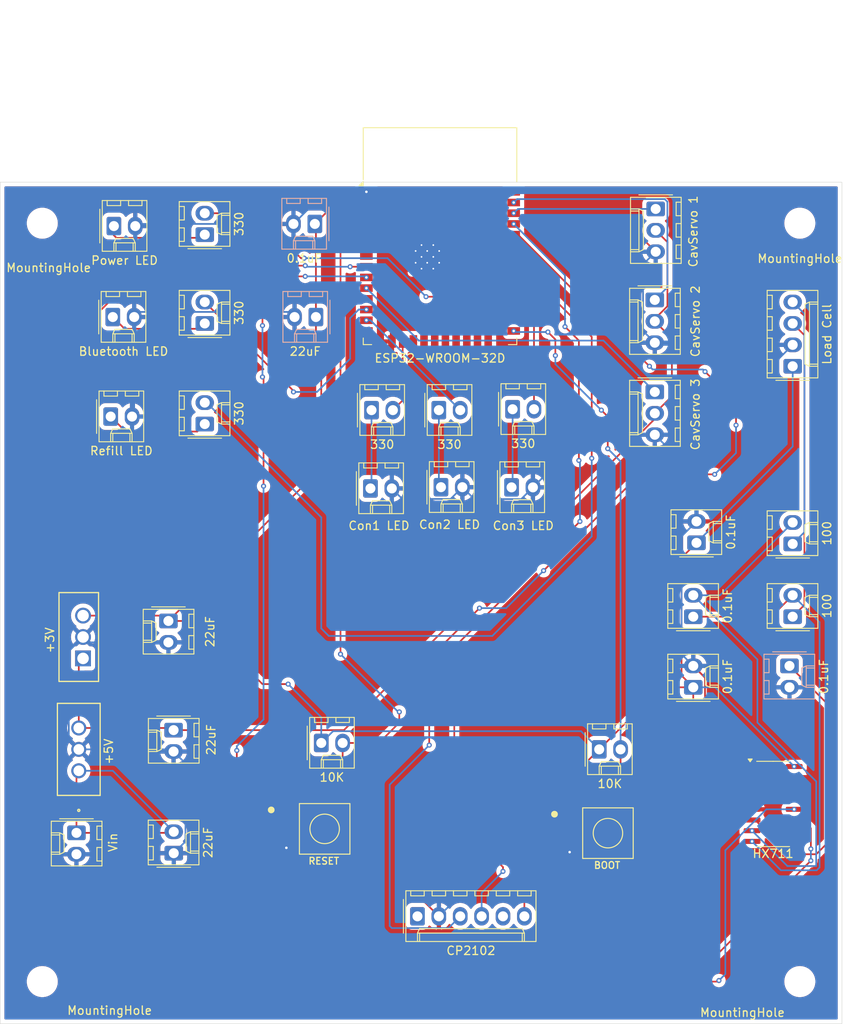
<source format=kicad_pcb>
(kicad_pcb (version 20240108) (generator "pcbnew") (generator_version "8.0")
  (layers (0 "F.Cu" signal) (31 "B.Cu" signal) (34 "B.Paste" user) (35 "F.Paste" user) (36 "B.SilkS" user "B.Silkscreen") (37 "F.SilkS" user "F.Silkscreen") (38 "B.Mask" user) (39 "F.Mask" user) (44 "Edge.Cuts" user))
  (net 0 "")
  (net 1 "GND")
  (net 2 "+3.3V")
  (net 3 "Net-(J4-Pin_1)")
  (net 4 "Net-(U2-VBG)")
  (net 5 "Net-(U2-INA-)")
  (net 6 "Net-(U2-INA+)")
  (net 7 "+5V")
  (net 8 "Net-(J1-Pin_1)")
  (net 9 "Net-(J2-Pin_1)")
  (net 10 "Net-(J5-Pin_1)")
  (net 11 "Net-(J6-Pin_1)")
  (net 12 "Net-(J7-Pin_1)")
  (net 13 "Net-(J8-Pin_1)")
  (net 14 "/Singal -")
  (net 15 "/Signal +")
  (net 16 "/RXD0")
  (net 18 "/TXD0")
  (net 20 "/Servo Signal 1")
  (net 21 "/Servo Signal 2")
  (net 22 "/Servo Signal 3")
  (net 23 "Net-(U1-EN)")
  (net 24 "Net-(U1-IO0)")
  (net 25 "/Power LED")
  (net 26 "/Refill LED")
  (net 27 "/Bluetooth LED")
  (net 28 "/Container 1 LED")
  (net 29 "/Container 2 LED")
  (net 30 "/Container 3 LED")
  (net 32 "/HX711 PD_SCK")
  (net 33 "/HX711 Digital Output")
  (footprint "Connector_Molex:Molex_KK-254_AE-6410-03A_1x03_P2.54mm_Vertical" (layer "F.Cu") (at 167.874 43.307 -90)
    (property "Reference" "J11" (hide yes))
    (property "Value" "CavServo 1")
  )
  (footprint "MountingHole:MountingHole_3.2mm_M3" (layer "F.Cu") (at 185 45)
    (property "Reference" "H1" (hide yes))
    (property "Value" "MountingHole")
  )
  (footprint "Connector_Molex:Molex_KK-254_AE-6410-02A_1x02_P2.54mm_Vertical" (layer "F.Cu") (at 150.749 76.347)
    (property "Reference" "J8" (hide yes))
    (property "Value" "Con3 LED")
  )
  (footprint "Connector_Molex:Molex_KK-254_AE-6410-02A_1x02_P2.54mm_Vertical" (layer "F.Cu") (at 103.378 56.134)
    (property "Reference" "J5" (hide yes))
    (property "Value" "Bluetooth LED")
  )
  (footprint "Package_SO:SOP-16_3.9x9.9mm_P1.27mm" (layer "F.Cu") (at 181.824 113.919)
    (property "Reference" "U2" (hide yes))
    (property "Value" "HX711")
  )
  (footprint "4-1437565-9:TE_4-1437565-9" (layer "F.Cu") (at 162.201 117.384)
    (property "Reference" "SW2" (hide yes))
    (property "Value" "BOOT")
  )
  (footprint "Connector_Molex:Molex_KK-254_AE-6410-03A_1x03_P2.54mm_Vertical" (layer "F.Cu") (at 167.767 65.024 -90)
    (property "Reference" "J13" (hide yes))
    (property "Value" "CavServo 3")
  )
  (footprint "Connector_Molex:Molex_KK-254_AE-6410-02A_1x02_P2.54mm_Vertical" (layer "F.Cu") (at 114.3 46.355 90)
    (property "Reference" "R3" (hide yes))
    (property "Value" "330")
  )
  (footprint "Connector_Molex:Molex_KK-254_AE-6410-04A_1x04_P2.54mm_Vertical" (layer "F.Cu") (at 184.15 61.976 90)
    (property "Reference" "J9" (hide yes))
    (property "Value" "Load Cell")
  )
  (footprint "RF_Module:ESP32-WROOM-32D" (layer "F.Cu") (at 142.253 49.525)
    (property "Reference" "U1" (hide yes))
    (property "Value" "ESP32-WROOM-32D")
  )
  (footprint "Connector_Molex:Molex_KK-254_AE-6410-02A_1x02_P2.54mm_Vertical" (layer "F.Cu") (at 103.505 45.339)
    (property "Reference" "J1" (hide yes))
    (property "Value" "Power LED")
  )
  (footprint "Connector_Molex:Molex_KK-254_AE-6410-06A_1x06_P2.54mm_Vertical" (layer "F.Cu") (at 139.573 127.254)
    (property "Reference" "J10" (hide yes))
    (property "Value" "CP2102")
  )
  (footprint "Connector_Molex:Molex_KK-254_AE-6410-02A_1x02_P2.54mm_Vertical" (layer "F.Cu") (at 172.339 91.694 90)
    (property "Reference" "C5" (hide yes))
    (property "Value" "0.1uF")
  )
  (footprint "Connector_Molex:Molex_KK-254_AE-6410-02A_1x02_P2.54mm_Vertical" (layer "F.Cu") (at 161.163 107.442)
    (property "Reference" "R2" (hide yes))
    (property "Value" "10K")
  )
  (footprint "Connector_Molex:Molex_KK-254_AE-6410-02A_1x02_P2.54mm_Vertical" (layer "F.Cu") (at 134.112 67.183)
    (property "Reference" "R8" (hide yes))
    (property "Value" "330")
  )
  (footprint "Connector_Molex:Molex_KK-254_AE-6410-02A_1x02_P2.54mm_Vertical" (layer "F.Cu") (at 99.06 117.348 -90)
    (property "Reference" "J4" (hide yes))
    (property "Value" "Vin")
  )
  (footprint "Connector_Molex:Molex_KK-254_AE-6410-02A_1x02_P2.54mm_Vertical" (layer "F.Cu") (at 184.15 83.058 90)
    (property "Reference" "R13" (hide yes))
    (property "Value" "100")
  )
  (footprint "4-1437565-9:TE_4-1437565-9" (layer "F.Cu") (at 128.546 116.876)
    (property "Reference" "SW1" (hide yes))
    (property "Value" "RESET")
  )
  (footprint "Connector_Molex:Molex_KK-254_AE-6410-02A_1x02_P2.54mm_Vertical" (layer "F.Cu") (at 114.3 56.896 90)
    (property "Reference" "R7" (hide yes))
    (property "Value" "330")
  )
  (footprint "KiCADv6:T03B" (layer "F.Cu") (at 98.826 91.567 90)
    (property "Reference" "U4" (hide yes))
    (property "Value" "+3V")
  )
  (footprint "Connector_Molex:Molex_KK-254_AE-6410-02A_1x02_P2.54mm_Vertical" (layer "F.Cu") (at 142.367 76.327)
    (property "Reference" "J7" (hide yes))
    (property "Value" "Con2 LED")
  )
  (footprint "MountingHole:MountingHole_3.2mm_M3" (layer "F.Cu") (at 185 135)
    (property "Reference" "H3" (hide yes))
    (property "Value" "MountingHole")
  )
  (footprint "Connector_Molex:Molex_KK-254_AE-6410-02A_1x02_P2.54mm_Vertical" (layer "F.Cu") (at 150.876 67.076)
    (property "Reference" "R10" (hide yes))
    (property "Value" "330")
  )
  (footprint "KiCADv6 2:TO-220_ONS" (layer "F.Cu") (at 99.334 109.982 90)
    (property "Reference" "U3" (hide yes))
    (property "Value" "+5V")
  )
  (footprint "Connector_Molex:Molex_KK-254_AE-6410-03A_1x03_P2.54mm_Vertical" (layer "F.Cu") (at 167.767 54.102 -90)
    (property "Reference" "J12" (hide yes))
    (property "Value" "CavServo 2")
  )
  (footprint "MountingHole:MountingHole_3.2mm_M3" (layer "F.Cu") (at 95 45)
    (property "Reference" "H2" (hide yes))
    (property "Value" "MountingHole")
  )
  (footprint "Connector_Molex:Molex_KK-254_AE-6410-02A_1x02_P2.54mm_Vertical" (layer "F.Cu") (at 133.985 76.474)
    (property "Reference" "J6" (hide yes))
    (property "Value" "Con1 LED")
  )
  (footprint "Connector_Molex:Molex_KK-254_AE-6410-02A_1x02_P2.54mm_Vertical" (layer "F.Cu") (at 172.339 100.076 90)
    (property "Reference" "C6" (hide yes))
    (property "Value" "0.1uF")
  )
  (footprint "Connector_Molex:Molex_KK-254_AE-6410-02A_1x02_P2.54mm_Vertical" (layer "F.Cu") (at 103.124 67.945)
    (property "Reference" "J2" (hide yes))
    (property "Value" "Refill LED")
  )
  (footprint "Connector_Molex:Molex_KK-254_AE-6410-02A_1x02_P2.54mm_Vertical" (layer "F.Cu") (at 172.72 82.931 90)
    (property "Reference" "C7" (hide yes))
    (property "Value" "0.1uF")
  )
  (footprint "Connector_Molex:Molex_KK-254_AE-6410-02A_1x02_P2.54mm_Vertical" (layer "F.Cu") (at 110.617 119.761 90)
    (property "Reference" "C3" (hide yes))
    (property "Value" "22uF")
  )
  (footprint "MountingHole:MountingHole_3.2mm_M3" (layer "F.Cu") (at 95 135)
    (property "Reference" "H4" (hide yes))
    (property "Value" "MountingHole")
  )
  (footprint "Connector_Molex:Molex_KK-254_AE-6410-02A_1x02_P2.54mm_Vertical" (layer "F.Cu") (at 114.3 68.834 90)
    (property "Reference" "R4" (hide yes))
    (property "Value" "330")
  )
  (footprint "Connector_Molex:Molex_KK-254_AE-6410-02A_1x02_P2.54mm_Vertical" (layer "F.Cu") (at 110.597 105.156 -90)
    (property "Reference" "C8" (hide yes))
    (property "Value" "22uF")
  )
  (footprint "Connector_Molex:Molex_KK-254_AE-6410-02A_1x02_P2.54mm_Vertical" (layer "F.Cu") (at 109.982 92.202 -90)
    (property "Reference" "C9" (hide yes))
    (property "Value" "22uF")
  )
  (footprint "Connector_Molex:Molex_KK-254_AE-6410-02A_1x02_P2.54mm_Vertical" (layer "F.Cu") (at 142.113 67.183)
    (property "Reference" "R9" (hide yes))
    (property "Value" "330")
  )
  (footprint "Connector_Molex:Molex_KK-254_AE-6410-02A_1x02_P2.54mm_Vertical" (layer "F.Cu") (at 128.143 106.68)
    (property "Reference" "R1" (hide yes))
    (property "Value" "10K")
  )
  (footprint "Connector_Molex:Molex_KK-254_AE-6410-02A_1x02_P2.54mm_Vertical" (layer "F.Cu") (at 184.15 91.694 90)
    (property "Reference" "R12" (hide yes))
    (property "Value" "100")
  )
  (footprint "Connector_Molex:Molex_KK-254_AE-6410-02A_1x02_P2.54mm_Vertical" (layer "B.Cu") (at 127.381 45.085 180)
    (property "Reference" "C2" (hide yes))
    (property "Value" "0.1uF")
  )
  (footprint "Connector_Molex:Molex_KK-254_AE-6410-02A_1x02_P2.54mm_Vertical" (layer "B.Cu") (at 127.508 56.134 180)
    (property "Reference" "C1" (hide yes))
    (property "Value" "22uF")
  )
  (footprint "Connector_Molex:Molex_KK-254_AE-6410-02A_1x02_P2.54mm_Vertical" (layer "B.Cu") (at 183.769 97.536 -90)
    (property "Reference" "C4" (hide yes))
    (property "Value" "0.1uF")
  )
  (gr_rect (start 90 40.132) (end 190 140) (stroke (width 0.05)) (fill none) (layer "Edge.Cuts"))
  (segment (start 173.734 101.153999) (end 173.734 98.931) (width 0.2) (layer "F.Cu") (net 1))
  (segment (start 184.324 110.744) (end 183.324001 110.744) (width 0.2) (layer "F.Cu") (net 1))
  (segment (start 179.324 114.554) (end 179.324 113.284) (width 0.2) (layer "F.Cu") (net 1))
  (segment (start 140.053 48.995) (end 136.543 52.505) (width 0.2) (layer "F.Cu") (net 1))
  (segment (start 123.996 119.126) (end 133.096 119.126) (width 0.2) (layer "F.Cu") (net 1))
  (segment (start 157.651 119.634) (end 166.751 119.634) (width 0.2) (layer "F.Cu") (net 1))
  (segment (start 173.734 98.931) (end 172.339 97.536) (width 0.2) (layer "F.Cu") (net 1))
  (segment (start 166.751 119.634) (end 171.831 114.554) (width 0.2) (layer "F.Cu") (net 1))
  (segment (start 181.593999 112.014) (end 184.324 112.014) (width 0.2) (layer "F.Cu") (net 1))
  (segment (start 134.453 41.275) (end 140.753 47.575) (width 0.2) (layer "F.Cu") (net 1))
  (segment (start 174.879 100.076) (end 172.339 97.536) (width 0.2) (layer "F.Cu") (net 1))
  (segment (start 183.324001 110.744) (end 173.734 101.153999) (width 0.2) (layer "F.Cu") (net 1))
  (segment (start 140.753 48.995) (end 148.473 41.275) (width 0.2) (layer "F.Cu") (net 1))
  (segment (start 184.324 117.094) (end 184.324 118.364) (width 0.2) (layer "F.Cu") (net 1))
  (segment (start 180.323999 113.284) (end 181.593999 112.014) (width 0.2) (layer "F.Cu") (net 1))
  (segment (start 151.003 41.275) (end 160.762 41.275) (width 0.2) (layer "F.Cu") (net 1))
  (segment (start 140.753 47.575) (end 140.753 48.995) (width 0.2) (layer "F.Cu") (net 1))
  (segment (start 171.831 114.554) (end 179.324 114.554) (width 0.2) (layer "F.Cu") (net 1))
  (segment (start 160.762 41.275) (end 167.874 48.387) (width 0.2) (layer "F.Cu") (net 1))
  (segment (start 183.953448 117.094) (end 184.324 117.094) (width 0.2) (layer "F.Cu") (net 1))
  (segment (start 133.503 41.275) (end 134.453 41.275) (width 0.2) (layer "F.Cu") (net 1))
  (segment (start 183.769 100.076) (end 174.879 100.076) (width 0.2) (layer "F.Cu") (net 1))
  (segment (start 148.473 41.275) (end 151.003 41.275) (width 0.2) (layer "F.Cu") (net 1))
  (segment (start 136.543 52.505) (end 136.543 59.035) (width 0.2) (layer "F.Cu") (net 1))
  (segment (start 181.413448 114.554) (end 183.953448 117.094) (width 0.2) (layer "F.Cu") (net 1))
  (segment (start 184.324 112.014) (end 184.324 110.744) (width 0.2) (layer "F.Cu") (net 1))
  (segment (start 179.324 113.284) (end 180.323999 113.284) (width 0.2) (layer "F.Cu") (net 1))
  (segment (start 133.096 119.126) (end 133.985 119.126) (width 0.2) (layer "F.Cu") (net 1))
  (segment (start 133.985 119.126) (end 142.113 127.254) (width 0.2) (layer "F.Cu") (net 1))
  (segment (start 179.324 114.554) (end 181.413448 114.554) (width 0.2) (layer "F.Cu") (net 1))
  (via (at 123.996 119.126) (size 0.6) (drill 0.3) (layers "F.Cu" "B.Cu") (net 1))
  (via (at 157.651 119.634) (size 0.6) (drill 0.3) (layers "F.Cu" "B.Cu") (net 1))
  (via (at 133.503 41.275) (size 0.6) (drill 0.3) (layers "F.Cu" "B.Cu") (net 1))
  (segment (start 98.145 106.253) (end 99.334 107.442) (width 0.2) (layer "B.Cu") (net 1))
  (segment (start 99.187 119.761) (end 99.06 119.888) (width 0.2) (layer "B.Cu") (net 1))
  (segment (start 124.36 55.526) (end 106.526 55.526) (width 0.2) (layer "B.Cu") (net 1))
  (segment (start 110.597 107.696) (end 112.012 109.111) (width 0.2) (layer "B.Cu") (net 1))
  (segment (start 99.334 107.442) (end 110.343 107.442) (width 0.2) (layer "B.Cu") (net 1))
  (segment (start 106.299 45.085) (end 124.841 45.085) (width 0.2) (layer "B.Cu") (net 1))
  (segment (start 168.021 59.436) (end 167.767 59.182) (width 0.2) (layer "B.Cu") (net 1))
  (segment (start 112.012 109.111) (end 112.012 118.366) (width 0.2) (layer "B.Cu") (net 1))
  (segment (start 137.773 77.722) (end 136.525 76.474) (width 0.2) (layer "B.Cu") (net 1))
  (segment (start 146.322 77.742) (end 144.907 76.327) (width 0.2) (layer "B.Cu") (net 1))
  (segment (start 170.944 96.141) (end 170.944 82.167) (width 0.2) (layer "B.Cu") (net 1))
  (segment (start 105.664 67.945) (end 105.664 74.676) (width 0.2) (layer "B.Cu") (net 1))
  (segment (start 144.907 76.327) (end 143.512 77.722) (width 0.2) (layer "B.Cu") (net 1))
  (segment (start 124.968 56.134) (end 124.36 55.526) (width 0.2) (layer "B.Cu") (net 1))
  (segment (start 110.343 107.442) (end 110.597 107.696) (width 0.2) (layer "B.Cu") (net 1))
  (segment (start 118.237 94.742) (end 109.982 94.742) (width 0.2) (layer "B.Cu") (net 1))
  (segment (start 110.617 119.761) (end 123.361 119.761) (width 0.2) (layer "B.Cu") (net 1))
  (segment (start 173.482 70.104) (end 184.15 59.436) (width 0.2) (layer "B.Cu") (net 1))
  (segment (start 124.968 56.134) (end 124.968 45.212) (width 0.2) (layer "B.Cu") (net 1))
  (segment (start 105.664 74.676) (end 119.126 88.138) (width 0.2) (layer "B.Cu") (net 1))
  (segment (start 119.126 88.138) (end 119.126 93.853) (width 0.2) (layer "B.Cu") (net 1))
  (segment (start 124.968 45.212) (end 124.841 45.085) (width 0.2) (layer "B.Cu") (net 1))
  (segment (start 99.842 94.107) (end 98.145 95.804) (width 0.2) (layer "B.Cu") (net 1))
  (segment (start 167.767 70.104) (end 173.482 70.104) (width 0.2) (layer "B.Cu") (net 1))
  (segment (start 98.145 95.804) (end 98.145 106.253) (width 0.2) (layer "B.Cu") (net 1))
  (segment (start 106.526 55.526) (end 105.918 56.134) (width 0.2) (layer "B.Cu") (net 1))
  (segment (start 167.767 70.104) (end 159.532 70.104) (width 0.2) (layer "B.Cu") (net 1))
  (segment (start 159.532 70.104) (end 153.289 76.347) (width 0.2) (layer "B.Cu") (net 1))
  (segment (start 124.841 45.085) (end 128.651 41.275) (width 0.2) (layer "B.Cu") (net 1))
  (segment (start 142.113 127.254) (end 149.733 119.634) (width 0.2) (layer "B.Cu") (net 1))
  (segment (start 109.982 94.742) (end 100.477 94.742) (width 0.2) (layer "B.Cu") (net 1))
  (segment (start 166.372 57.787) (end 166.372 49.889) (width 0.2) (layer "B.Cu") (net 1))
  (segment (start 105.918 67.691) (end 105.664 67.945) (width 0.2) (layer "B.Cu") (net 1))
  (segment (start 110.617 119.761) (end 99.187 119.761) (width 0.2) (layer "B.Cu") (net 1))
  (segment (start 153.289 76.347) (end 151.894 77.742) (width 0.2) (layer "B.Cu") (net 1))
  (segment (start 112.012 118.366) (end 110.617 119.761) (width 0.2) (layer "B.Cu") (net 1))
  (segment (start 172.72 80.391) (end 172.72 75.057) (width 0.2) (layer "B.Cu") (net 1))
  (segment (start 170.944 82.167) (end 172.72 80.391) (width 0.2) (layer "B.Cu") (net 1))
  (segment (start 166.372 49.889) (end 167.874 48.387) (width 0.2) (layer "B.Cu") (net 1))
  (segment (start 151.894 77.742) (end 146.322 77.742) (width 0.2) (layer "B.Cu") (net 1))
  (segment (start 172.72 75.057) (end 167.767 70.104) (width 0.2) (layer "B.Cu") (net 1))
  (segment (start 167.767 59.182) (end 166.372 57.787) (width 0.2) (layer "B.Cu") (net 1))
  (segment (start 143.512 77.722) (end 137.773 77.722) (width 0.2) (layer "B.Cu") (net 1))
  (segment (start 100.477 94.742) (end 99.842 94.107) (width 0.2) (layer "B.Cu") (net 1))
  (segment (start 128.651 41.275) (end 133.503 41.275) (width 0.2) (layer "B.Cu") (net 1))
  (segment (start 123.361 119.761) (end 123.996 119.126) (width 0.2) (layer "B.Cu") (net 1))
  (segment (start 105.918 56.134) (end 105.918 67.691) (width 0.2) (layer "B.Cu") (net 1))
  (segment (start 184.15 59.436) (end 168.021 59.436) (width 0.2) (layer "B.Cu") (net 1))
  (segment (start 119.126 93.853) (end 118.237 94.742) (width 0.2) (layer "B.Cu") (net 1))
  (segment (start 106.045 45.339) (end 106.299 45.085) (width 0.2) (layer "B.Cu") (net 1))
  (segment (start 149.733 119.634) (end 157.651 119.634) (width 0.2) (layer "B.Cu") (net 1))
  (segment (start 172.339 97.536) (end 170.944 96.141) (width 0.2) (layer "B.Cu") (net 1))
  (segment (start 170.944 84.707) (end 170.944 98.681) (width 0.2) (layer "F.Cu") (net 2))
  (segment (start 113.665 92.202) (end 121.158 99.695) (width 0.2) (layer "F.Cu") (net 2))
  (segment (start 127.381 45.085) (end 129.921 42.545) (width 0.2) (layer "F.Cu") (net 2))
  (segment (start 152.273 127.254) (end 152.273 116.332) (width 0.2) (layer "F.Cu") (net 2))
  (segment (start 109.982 92.202) (end 128.143 74.041) (width 0.2) (layer "F.Cu") (net 2))
  (segment (start 180.624 111.73) (end 180.34 112.014) (width 0.2) (layer "F.Cu") (net 2))
  (segment (start 172.339 100.076) (end 168.529 100.076) (width 0.2) (layer "F.Cu") (net 2))
  (segment (start 168.529 100.076) (end 161.163 107.442) (width 0.2) (layer "F.Cu") (net 2))
  (segment (start 127.508 56.134) (end 127.508 45.212) (width 0.2) (layer "F.Cu") (net 2))
  (segment (start 127.508 60.198) (end 127.508 56.134) (width 0.2) (layer "F.Cu") (net 2))
  (segment (start 109.982 92.202) (end 113.665 92.202) (width 0.2) (layer "F.Cu") (net 2))
  (segment (start 180.34 112.014) (end 179.324 112.014) (width 0.2) (layer "F.Cu") (net 2))
  (segment (start 127.508 45.212) (end 127.381 45.085) (width 0.2) (layer "F.Cu") (net 2))
  (segment (start 170.944 98.681) (end 172.339 100.076) (width 0.2) (layer "F.Cu") (net 2))
  (segment (start 121.158 99.695) (end 124.206 99.695) (width 0.2) (layer "F.Cu") (net 2))
  (segment (start 129.921 42.545) (end 133.503 42.545) (width 0.2) (layer "F.Cu") (net 2))
  (segment (start 109.347 91.567) (end 109.982 92.202) (width 0.2) (layer "F.Cu") (net 2))
  (segment (start 172.339 102.489) (end 172.339 100.076) (width 0.2) (layer "F.Cu") (net 2))
  (segment (start 99.842 91.567) (end 109.347 91.567) (width 0.2) (layer "F.Cu") (net 2))
  (segment (start 128.143 74.041) (end 128.143 60.833) (width 0.2) (layer "F.Cu") (net 2))
  (segment (start 179.324 109.474) (end 172.339 102.489) (width 0.2) (layer "F.Cu") (net 2))
  (segment (start 179.324 109.474) (end 180.323999 109.474) (width 0.2) (layer "F.Cu") (net 2))
  (segment (start 152.273 116.332) (end 161.163 107.442) (width 0.2) (layer "F.Cu") (net 2))
  (segment (start 180.323999 109.474) (end 180.624 109.774001) (width 0.2) (layer "F.Cu") (net 2))
  (segment (start 128.143 60.833) (end 127.508 60.198) (width 0.2) (layer "F.Cu") (net 2))
  (segment (start 172.72 82.931) (end 170.944 84.707) (width 0.2) (layer "F.Cu") (net 2))
  (segment (start 180.624 109.774001) (end 180.624 111.73) (width 0.2) (layer "F.Cu") (net 2))
  (via (at 184.324 109.474) (size 0.6) (drill 0.3) (layers "F.Cu" "B.Cu") (net 2))
  (via (at 124.206 99.695) (size 0.6) (drill 0.3) (layers "F.Cu" "B.Cu") (net 2))
  (segment (start 172.339 100.076) (end 174.926 100.076) (width 0.2) (layer "B.Cu") (net 2))
  (segment (start 128.143 103.632) (end 128.143 106.68) (width 0.2) (layer "B.Cu") (net 2))
  (segment (start 159.006 105.285) (end 161.163 107.442) (width 0.2) (layer "B.Cu") (net 2))
  (segment (start 174.926 100.076) (end 184.324 109.474) (width 0.2) (layer "B.Cu") (net 2))
  (segment (start 184.15 71.501) (end 172.72 82.931) (width 0.2) (layer "B.Cu") (net 2))
  (segment (start 129.538 105.285) (end 159.006 105.285) (width 0.2) (layer "B.Cu") (net 2))
  (segment (start 124.206 99.695) (end 128.143 103.632) (width 0.2) (layer "B.Cu") (net 2))
  (segment (start 128.143 106.68) (end 129.538 105.285) (width 0.2) (layer "B.Cu") (net 2))
  (segment (start 184.15 61.976) (end 184.15 71.501) (width 0.2) (layer "B.Cu") (net 2))
  (segment (start 99.06 110.256) (end 99.334 109.982) (width 0.2) (layer "F.Cu") (net 3))
  (segment (start 99.06 117.348) (end 110.49 117.348) (width 0.2) (layer "F.Cu") (net 3))
  (segment (start 99.06 117.348) (end 99.06 110.256) (width 0.2) (layer "F.Cu") (net 3))
  (segment (start 110.49 117.348) (end 110.617 117.221) (width 0.2) (layer "F.Cu") (net 3))
  (segment (start 99.334 109.982) (end 103.378 109.982) (width 0.2) (layer "B.Cu") (net 3))
  (segment (start 103.378 109.982) (end 110.617 117.221) (width 0.2) (layer "B.Cu") (net 3))
  (segment (start 179.324 115.824) (end 179.694552 115.824) (width 0.2) (layer "F.Cu") (net 4))
  (segment (start 179.694552 115.824) (end 183.758552 119.888) (width 0.2) (layer "F.Cu") (net 4))
  (segment (start 183.758552 119.888) (end 186.944 119.888) (width 0.2) (layer "F.Cu") (net 4))
  (segment (start 188.468 102.235) (end 183.769 97.536) (width 0.2) (layer "F.Cu") (net 4))
  (segment (start 186.944 119.888) (end 188.468 118.364) (width 0.2) (layer "F.Cu") (net 4))
  (segment (start 188.468 118.364) (end 188.468 102.235) (width 0.2) (layer "F.Cu") (net 4))
  (via (at 179.324 117.094) (size 0.6) (drill 0.3) (layers "F.Cu" "B.Cu") (net 5))
  (segment (start 172.339 89.154) (end 175.514 89.154) (width 0.2) (layer "B.Cu") (net 5))
  (segment (start 179.959 96.774) (end 179.959 104.260471) (width 0.2) (layer "B.Cu") (net 5))
  (segment (start 186.944 121.285) (end 183.515 121.285) (width 0.2) (layer "B.Cu") (net 5))
  (segment (start 186.944 111.245471) (end 186.944 121.285) (width 0.2) (layer "B.Cu") (net 5))
  (segment (start 183.515 121.285) (end 179.324 117.094) (width 0.2) (layer "B.Cu") (net 5))
  (segment (start 179.959 104.260471) (end 186.944 111.245471) (width 0.2) (layer "B.Cu") (net 5))
  (segment (start 172.339 89.154) (end 179.959 96.774) (width 0.2) (layer "B.Cu") (net 5))
  (segment (start 175.514 89.154) (end 184.15 80.518) (width 0.2) (layer "B.Cu") (net 5))
  (segment (start 181.61 91.694) (end 184.15 89.154) (width 0.2) (layer "F.Cu") (net 6))
  (segment (start 172.339 91.694) (end 181.61 91.694) (width 0.2) (layer "F.Cu") (net 6))
  (via (at 179.324 118.364) (size 0.6) (drill 0.3) (layers "F.Cu" "B.Cu") (net 6))
  (segment (start 187.344 121.450685) (end 187.001685 121.793) (width 0.2) (layer "B.Cu") (net 6))
  (segment (start 184.15 89.154) (end 187.344 92.348) (width 0.2) (layer "B.Cu") (net 6))
  (segment (start 187.001685 121.793) (end 182.753 121.793) (width 0.2) (layer "B.Cu") (net 6))
  (segment (start 182.753 121.793) (end 179.324 118.364) (width 0.2) (layer "B.Cu") (net 6))
  (segment (start 187.344 92.348) (end 187.344 121.450685) (width 0.2) (layer "B.Cu") (net 6))
  (segment (start 169.269 54.849744) (end 169.269 47.242) (width 0.2) (layer "F.Cu") (net 7))
  (segment (start 110.343 104.902) (end 99.334 104.902) (width 0.2) (layer "F.Cu") (net 7))
  (segment (start 169.799 65.532) (end 169.799 58.674) (width 0.2) (layer "F.Cu") (net 7))
  (segment (start 167.767 56.351744) (end 169.269 54.849744) (width 0.2) (layer "F.Cu") (net 7))
  (segment (start 99.334 104.902) (end 99.334 97.155) (width 0.2) (layer "F.Cu") (net 7))
  (segment (start 99.334 97.155) (end 99.842 96.647) (width 0.2) (layer "F.Cu") (net 7))
  (segment (start 110.597 105.156) (end 110.343 104.902) (width 0.2) (layer "F.Cu") (net 7))
  (segment (start 167.767 67.564) (end 169.799 65.532) (width 0.2) (layer "F.Cu") (net 7))
  (segment (start 110.597 105.156) (end 130.83537 105.156) (width 0.2) (layer "F.Cu") (net 7))
  (segment (start 130.83537 105.156) (end 167.767 68.22437) (width 0.2) (layer "F.Cu") (net 7))
  (segment (start 169.799 58.674) (end 167.767 56.642) (width 0.2) (layer "F.Cu") (net 7))
  (segment (start 167.767 56.642) (end 167.767 56.351744) (width 0.2) (layer "F.Cu") (net 7))
  (segment (start 169.269 47.242) (end 167.874 45.847) (width 0.2) (layer "F.Cu") (net 7))
  (segment (start 167.767 68.22437) (end 167.767 67.564) (width 0.2) (layer "F.Cu") (net 7))
  (segment (start 103.805 46.734) (end 113.921 46.734) (width 0.2) (layer "F.Cu") (net 8))
  (segment (start 103.505 45.339) (end 103.505 46.434) (width 0.2) (layer "F.Cu") (net 8))
  (segment (start 113.921 46.734) (end 114.3 46.355) (width 0.2) (layer "F.Cu") (net 8))
  (segment (start 103.505 46.434) (end 103.805 46.734) (width 0.2) (layer "F.Cu") (net 8))
  (segment (start 104.902 69.723) (end 113.411 69.723) (width 0.2) (layer "F.Cu") (net 9))
  (segment (start 103.124 67.945) (end 104.902 69.723) (width 0.2) (layer "F.Cu") (net 9))
  (segment (start 113.411 69.723) (end 114.3 68.834) (width 0.2) (layer "F.Cu") (net 9))
  (segment (start 113.667 57.529) (end 114.3 56.896) (width 0.2) (layer "F.Cu") (net 10))
  (segment (start 103.378 56.134) (end 104.773 57.529) (width 0.2) (layer "F.Cu") (net 10))
  (segment (start 104.773 57.529) (end 113.667 57.529) (width 0.2) (layer "F.Cu") (net 10))
  (segment (start 134.112 67.183) (end 134.112 76.347) (width 0.2) (layer "B.Cu") (net 11))
  (segment (start 134.112 76.347) (end 133.985 76.474) (width 0.2) (layer "B.Cu") (net 11))
  (segment (start 142.113 76.073) (end 142.367 76.327) (width 0.2) (layer "B.Cu") (net 12))
  (segment (start 142.113 67.183) (end 142.113 76.073) (width 0.2) (layer "B.Cu") (net 12))
  (segment (start 150.876 76.22) (end 150.749 76.347) (width 0.2) (layer "B.Cu") (net 13))
  (segment (start 150.876 67.076) (end 150.876 76.22) (width 0.2) (layer "B.Cu") (net 13))
  (segment (start 184.15 83.058) (end 185.545 81.663) (width 0.2) (layer "B.Cu") (net 14))
  (segment (start 185.545 81.663) (end 185.545 55.751) (width 0.2) (layer "B.Cu") (net 14))
  (segment (start 185.545 55.751) (end 184.15 54.356) (width 0.2) (layer "B.Cu") (net 14))
  (segment (start 185.545 58.291) (end 185.545 90.299) (width 0.2) (layer "F.Cu") (net 15))
  (segment (start 184.15 56.896) (end 185.545 58.291) (width 0.2) (layer "F.Cu") (net 15))
  (segment (start 185.545 90.299) (end 184.15 91.694) (width 0.2) (layer "F.Cu") (net 15))
  (segment (start 151.511 46.355) (end 151.003 46.355) (width 0.2) (layer "F.Cu") (net 16))
  (segment (start 140.97 106.934) (end 140.97 96.647) (width 0.2) (layer "F.Cu") (net 16))
  (segment (start 167.132 61.976) (end 151.511 46.355) (width 0.2) (layer "F.Cu") (net 16))
  (segment (start 154.559 86.233) (end 165.989 74.803) (width 0.2) (layer "F.Cu") (net 16))
  (segment (start 165.989 74.803) (end 174.879 74.803) (width 0.2) (layer "F.Cu") (net 16))
  (segment (start 177.419 66.294) (end 173.736 62.611) (width 0.2) (layer "F.Cu") (net 16))
  (segment (start 177.419 68.961) (end 177.419 66.294) (width 0.2) (layer "F.Cu") (net 16))
  (segment (start 140.97 96.647) (end 146.939 90.678) (width 0.2) (layer "F.Cu") (net 16))
  (via (at 173.736 62.611) (size 0.6) (drill 0.3) (layers "F.Cu" "B.Cu") (net 16))
  (via (at 154.559 86.233) (size 0.6) (drill 0.3) (layers "F.Cu" "B.Cu") (net 16))
  (via (at 174.879 74.803) (size 0.6) (drill 0.3) (layers "F.Cu" "B.Cu") (net 16))
  (via (at 177.419 68.961) (size 0.6) (drill 0.3) (layers "F.Cu" "B.Cu") (net 16))
  (via (at 146.939 90.678) (size 0.6) (drill 0.3) (layers "F.Cu" "B.Cu") (net 16))
  (via (at 167.132 61.976) (size 0.6) (drill 0.3) (layers "F.Cu" "B.Cu") (net 16))
  (via (at 140.97 106.934) (size 0.6) (drill 0.3) (layers "F.Cu" "B.Cu") (net 16))
  (segment (start 143.258 128.649) (end 136.523 128.649) (width 0.2) (layer "B.Cu") (net 16))
  (segment (start 167.513 62.357) (end 167.132 61.976) (width 0.2) (layer "B.Cu") (net 16))
  (segment (start 177.419 72.263) (end 177.419 68.961) (width 0.2) (layer "B.Cu") (net 16))
  (segment (start 173.482 62.357) (end 167.513 62.357) (width 0.2) (layer "B.Cu") (net 16))
  (segment (start 150.114 90.678) (end 154.559 86.233) (width 0.2) (layer "B.Cu") (net 16))
  (segment (start 174.879 74.803) (end 177.419 72.263) (width 0.2) (layer "B.Cu") (net 16))
  (segment (start 136.271 128.397) (end 136.271 111.633) (width 0.2) (layer "B.Cu") (net 16))
  (segment (start 144.653 127.254) (end 143.258 128.649) (width 0.2) (layer "B.Cu") (net 16))
  (segment (start 146.939 90.678) (end 150.114 90.678) (width 0.2) (layer "B.Cu") (net 16))
  (segment (start 173.736 62.611) (end 173.482 62.357) (width 0.2) (layer "B.Cu") (net 16))
  (segment (start 136.523 128.649) (end 136.271 128.397) (width 0.2) (layer "B.Cu") (net 16))
  (segment (start 136.271 111.633) (end 140.97 106.934) (width 0.2) (layer "B.Cu") (net 16))
  (segment (start 149.733 121.412) (end 143.947 115.626) (width 0.2) (layer "F.Cu") (net 18))
  (segment (start 158.75 58.928) (end 157.099 57.277) (width 0.2) (layer "F.Cu") (net 18))
  (segment (start 143.947 95.321) (end 158.877 80.391) (width 0.2) (layer "F.Cu") (net 18))
  (segment (start 158.75 73.152) (end 158.75 58.928) (width 0.2) (layer "F.Cu") (net 18))
  (segment (start 143.947 115.626) (end 143.947 95.321) (width 0.2) (layer "F.Cu") (net 18))
  (segment (start 149.733 121.92) (end 149.733 121.412) (width 0.2) (layer "F.Cu") (net 18))
  (via (at 151.003 45.085) (size 0.6) (drill 0.3) (layers "F.Cu" "B.Cu") (net 18))
  (via (at 158.877 80.391) (size 0.6) (drill 0.3) (layers "F.Cu" "B.Cu") (net 18))
  (via (at 157.099 57.277) (size 0.6) (drill 0.3) (layers "F.Cu" "B.Cu") (net 18))
  (via (at 158.75 73.152) (size 0.6) (drill 0.3) (layers "F.Cu" "B.Cu") (net 18))
  (via (at 149.733 121.92) (size 0.6) (drill 0.3) (layers "F.Cu" "B.Cu") (net 18))
  (segment (start 157.099 57.277) (end 157.099 51.181) (width 0.2) (layer "B.Cu") (net 18))
  (segment (start 158.877 73.279) (end 158.75 73.152) (width 0.2) (layer "B.Cu") (net 18))
  (segment (start 147.193 124.46) (end 149.733 121.92) (width 0.2) (layer "B.Cu") (net 18))
  (segment (start 147.193 127.254) (end 147.193 124.46) (width 0.2) (layer "B.Cu") (net 18))
  (segment (start 157.099 51.181) (end 151.003 45.085) (width 0.2) (layer "B.Cu") (net 18))
  (segment (start 158.877 80.391) (end 158.877 73.279) (width 0.2) (layer "B.Cu") (net 18))
  (via (at 151.003 43.815) (size 0.6) (drill 0.3) (layers "F.Cu" "B.Cu") (net 20))
  (segment (start 151.511 43.307) (end 151.003 43.815) (width 0.2) (layer "B.Cu") (net 20))
  (segment (start 167.874 43.307) (end 151.511 43.307) (width 0.2) (layer "B.Cu") (net 20))
  (via (at 151.003 42.545) (size 0.6) (drill 0.3) (layers "F.Cu" "B.Cu") (net 21))
  (segment (start 151.411 42.137) (end 151.003 42.545) (width 0.2) (layer "B.Cu") (net 21))
  (segment (start 169.269 52.6) (end 169.269 42.452256) (width 0.2) (layer "B.Cu") (net 21))
  (segment (start 168.953744 42.137) (end 151.411 42.137) (width 0.2) (layer "B.Cu") (net 21))
  (segment (start 167.767 54.102) (end 169.269 52.6) (width 0.2) (layer "B.Cu") (net 21))
  (segment (start 169.269 42.452256) (end 168.953744 42.137) (width 0.2) (layer "B.Cu") (net 21))
  (via (at 133.503 52.705) (size 0.6) (drill 0.3) (layers "F.Cu" "B.Cu") (net 22))
  (segment (start 167.767 65.024) (end 161.671 58.928) (width 0.2) (layer "B.Cu") (net 22))
  (segment (start 161.671 58.928) (end 139.726 58.928) (width 0.2) (layer "B.Cu") (net 22))
  (segment (start 139.726 58.928) (end 133.503 52.705) (width 0.2) (layer "B.Cu") (net 22))
  (segment (start 137.414 102.997) (end 137.414 104.267) (width 0.2) (layer "F.Cu") (net 23))
  (segment (start 130.683 112.213) (end 133.096 114.626) (width 0.2) (layer "F.Cu") (net 23))
  (segment (start 132.553 43.815) (end 130.429 45.939) (width 0.2) (layer "F.Cu") (net 23))
  (segment (start 133.503 43.815) (end 132.553 43.815) (width 0.2) (layer "F.Cu") (net 23))
  (segment (start 137.414 104.267) (end 135.001 106.68) (width 0.2) (layer "F.Cu") (net 23))
  (segment (start 133.096 114.626) (end 123.996 114.626) (width 0.2) (layer "F.Cu") (net 23))
  (segment (start 135.001 106.68) (end 130.683 106.68) (width 0.2) (layer "F.Cu") (net 23))
  (segment (start 130.429 45.939) (end 130.429 96.139) (width 0.2) (layer "F.Cu") (net 23))
  (segment (start 130.683 106.68) (end 130.683 112.213) (width 0.2) (layer "F.Cu") (net 23))
  (via (at 130.429 96.139) (size 0.6) (drill 0.3) (layers "F.Cu" "B.Cu") (net 23))
  (via (at 137.414 102.997) (size 0.6) (drill 0.3) (layers "F.Cu" "B.Cu") (net 23))
  (segment (start 130.429 96.139) (end 137.287 102.997) (width 0.2) (layer "B.Cu") (net 23))
  (segment (start 137.287 102.997) (end 137.414 102.997) (width 0.2) (layer "B.Cu") (net 23))
  (segment (start 162.179 67.945) (end 161.417 67.183) (width 0.2) (layer "F.Cu") (net 24))
  (segment (start 163.703 112.086) (end 166.751 115.134) (width 0.2) (layer "F.Cu") (net 24))
  (segment (start 155.956 58.801) (end 155.067 57.912) (width 0.2) (layer "F.Cu") (net 24))
  (segment (start 163.703 107.442) (end 163.703 112.086) (width 0.2) (layer "F.Cu") (net 24))
  (segment (start 166.751 115.134) (end 157.651 115.134) (width 0.2) (layer "F.Cu") (net 24))
  (segment (start 155.956 60.706) (end 155.956 58.801) (width 0.2) (layer "F.Cu") (net 24))
  (segment (start 162.179 71.755) (end 162.179 67.945) (width 0.2) (layer "F.Cu") (net 24))
  (via (at 155.067 57.912) (size 0.6) (drill 0.3) (layers "F.Cu" "B.Cu") (net 24))
  (via (at 155.956 60.706) (size 0.6) (drill 0.3) (layers "F.Cu" "B.Cu") (net 24))
  (via (at 151.003 57.785) (size 0.6) (drill 0.3) (layers "F.Cu" "B.Cu") (net 24))
  (via (at 162.179 71.755) (size 0.6) (drill 0.3) (layers "F.Cu" "B.Cu") (net 24))
  (via (at 161.417 67.183) (size 0.6) (drill 0.3) (layers "F.Cu" "B.Cu") (net 24))
  (segment (start 163.703 107.442) (end 163.703 73.279) (width 0.2) (layer "B.Cu") (net 24))
  (segment (start 155.067 57.912) (end 151.13 57.912) (width 0.2) (layer "B.Cu") (net 24))
  (segment (start 151.13 57.912) (end 151.003 57.785) (width 0.2) (layer "B.Cu") (net 24))
  (segment (start 163.703 73.279) (end 162.179 71.755) (width 0.2) (layer "B.Cu") (net 24))
  (segment (start 161.417 67.183) (end 155.956 61.722) (width 0.2) (layer "B.Cu") (net 24))
  (segment (start 155.956 61.722) (end 155.956 60.706) (width 0.2) (layer "B.Cu") (net 24))
  (segment (start 114.3 43.815) (end 120.396 43.815) (width 0.2) (layer "F.Cu") (net 25))
  (segment (start 120.396 43.815) (end 125.73 49.149) (width 0.2) (layer "F.Cu") (net 25))
  (segment (start 125.73 49.149) (end 126.111 49.149) (width 0.2) (layer "F.Cu") (net 25))
  (segment (start 149.479 51.435) (end 151.003 51.435) (width 0.2) (layer "F.Cu") (net 25))
  (segment (start 147.193 53.721) (end 149.479 51.435) (width 0.2) (layer "F.Cu") (net 25))
  (segment (start 140.589 53.721) (end 147.193 53.721) (width 0.2) (layer "F.Cu") (net 25))
  (via (at 140.589 53.721) (size 0.6) (drill 0.3) (layers "F.Cu" "B.Cu") (net 25))
  (via (at 126.111 49.149) (size 0.6) (drill 0.3) (layers "F.Cu" "B.Cu") (net 25))
  (segment (start 126.111 49.149) (end 136.017 49.149) (width 0.2) (layer "B.Cu") (net 25))
  (segment (start 136.017 49.149) (end 140.589 53.721) (width 0.2) (layer "B.Cu") (net 25))
  (segment (start 151.003 50.165) (end 151.953 50.165) (width 0.2) (layer "F.Cu") (net 26))
  (segment (start 151.953 50.165) (end 160.274 58.486) (width 0.2) (layer "F.Cu") (net 26))
  (segment (start 160.274 58.486) (end 160.274 72.898) (width 0.2) (layer "F.Cu") (net 26))
  (via (at 160.274 72.898) (size 0.6) (drill 0.3) (layers "F.Cu" "B.Cu") (net 26))
  (segment (start 114.525 66.294) (end 128.143 79.912) (width 0.2) (layer "B.Cu") (net 26))
  (segment (start 160.274 82.169) (end 148.463 93.98) (width 0.2) (layer "B.Cu") (net 26))
  (segment (start 148.463 93.98) (end 129.032 93.98) (width 0.2) (layer "B.Cu") (net 26))
  (segment (start 114.3 66.294) (end 114.525 66.294) (width 0.2) (layer "B.Cu") (net 26))
  (segment (start 128.143 93.091) (end 128.143 79.912) (width 0.2) (layer "B.Cu") (net 26))
  (segment (start 160.274 72.898) (end 160.274 82.169) (width 0.2) (layer "B.Cu") (net 26))
  (segment (start 129.032 93.98) (end 128.143 93.091) (width 0.2) (layer "B.Cu") (net 26))
  (segment (start 124.841 64.897) (end 124.841 65.024) (width 0.2) (layer "F.Cu") (net 27))
  (segment (start 114.3 54.356) (end 124.841 64.897) (width 0.2) (layer "F.Cu") (net 27))
  (via (at 133.503 55.245) (size 0.6) (drill 0.3) (layers "F.Cu" "B.Cu") (net 27))
  (via (at 124.841 65.024) (size 0.6) (drill 0.3) (layers "F.Cu" "B.Cu") (net 27))
  (segment (start 131.572 61.087) (end 131.572 56.261) (width 0.2) (layer "B.Cu") (net 27))
  (segment (start 131.572 56.261) (end 132.588 55.245) (width 0.2) (layer "B.Cu") (net 27))
  (segment (start 127.635 65.024) (end 131.572 61.087) (width 0.2) (layer "B.Cu") (net 27))
  (segment (start 124.841 65.024) (end 127.635 65.024) (width 0.2) (layer "B.Cu") (net 27))
  (segment (start 132.588 55.245) (end 133.503 55.245) (width 0.2) (layer "B.Cu") (net 27))
  (segment (start 137.813 66.022) (end 136.652 67.183) (width 0.2) (layer "F.Cu") (net 28))
  (segment (start 137.813 59.035) (end 137.813 66.022) (width 0.2) (layer "F.Cu") (net 28))
  (via (at 133.503 56.515) (size 0.6) (drill 0.3) (layers "F.Cu" "B.Cu") (net 29))
  (segment (start 133.985 56.515) (end 133.503 56.515) (width 0.2) (layer "B.Cu") (net 29))
  (segment (start 144.653 67.183) (end 133.985 56.515) (width 0.2) (layer "B.Cu") (net 29))
  (segment (start 151.953 55.245) (end 153.416 56.708) (width 0.2) (layer "F.Cu") (net 30))
  (segment (start 153.416 56.708) (end 153.416 67.076) (width 0.2) (layer "F.Cu") (net 30))
  (segment (start 151.003 55.245) (end 151.953 55.245) (width 0.2) (layer "F.Cu") (net 30))
  (segment (start 184.324 115.824) (end 185.323999 115.824) (width 0.2) (layer "F.Cu") (net 32))
  (segment (start 121.158 57.15) (end 121.158 53.467) (width 0.2) (layer "F.Cu") (net 32))
  (segment (start 121.285 76.2) (end 121.285 63.373) (width 0.2) (layer "F.Cu") (net 32))
  (segment (start 121.158 53.467) (end 123.317 51.308) (width 0.2) (layer "F.Cu") (net 32))
  (segment (start 185.323999 115.824) (end 186.309 116.809001) (width 0.2) (layer "F.Cu") (net 32))
  (segment (start 186.309 120.65) (end 172.974 133.985) (width 0.2) (layer "F.Cu") (net 32))
  (segment (start 123.317 51.308) (end 126.238 51.308) (width 0.2) (layer "F.Cu") (net 32))
  (segment (start 186.309 116.809001) (end 186.309 119.253) (width 0.2) (layer "F.Cu") (net 32))
  (segment (start 172.974 133.985) (end 124.079 133.985) (width 0.2) (layer "F.Cu") (net 32))
  (segment (start 124.079 133.985) (end 118.11 128.016) (width 0.2) (layer "F.Cu") (net 32))
  (segment (start 121.285 63.373) (end 121.158 63.246) (width 0.2) (layer "F.Cu") (net 32))
  (segment (start 118.11 128.016) (end 118.11 107.569) (width 0.2) (layer "F.Cu") (net 32))
  (via (at 186.309 119.253) (size 0.6) (drill 0.3) (layers "F.Cu" "B.Cu") (net 32))
  (via (at 133.503 51.435) (size 0.6) (drill 0.3) (layers "F.Cu" "B.Cu") (net 32))
  (via (at 121.285 76.2) (size 0.6) (drill 0.3) (layers "F.Cu" "B.Cu") (net 32))
  (via (at 118.11 107.569) (size 0.6) (drill 0.3) (layers "F.Cu" "B.Cu") (net 32))
  (via (at 186.309 120.65) (size 0.6) (drill 0.3) (layers "F.Cu" "B.Cu") (net 32))
  (via (at 121.158 63.246) (size 0.6) (drill 0.3) (layers "F.Cu" "B.Cu") (net 32))
  (via (at 126.238 51.308) (size 0.6) (drill 0.3) (layers "F.Cu" "B.Cu") (net 32))
  (via (at 121.158 57.15) (size 0.6) (drill 0.3) (layers "F.Cu" "B.Cu") (net 32))
  (segment (start 118.11 107.569) (end 118.11 107.061) (width 0.2) (layer "B.Cu") (net 32))
  (segment (start 133.376 51.308) (end 133.503 51.435) (width 0.2) (layer "B.Cu") (net 32))
  (segment (start 126.238 51.308) (end 133.376 51.308) (width 0.2) (layer "B.Cu") (net 32))
  (segment (start 186.309 119.253) (end 186.309 120.65) (width 0.2) (layer "B.Cu") (net 32))
  (segment (start 118.11 107.061) (end 121.285 103.886) (width 0.2) (layer "B.Cu") (net 32))
  (segment (start 121.285 103.886) (end 121.285 76.2) (width 0.2) (layer "B.Cu") (net 32))
  (segment (start 121.158 63.246) (end 121.158 57.15) (width 0.2) (layer "B.Cu") (net 32))
  (segment (start 175.26 135.001) (end 175.387 134.874) (width 0.2) (layer "F.Cu") (net 33))
  (segment (start 94.488 121.92) (end 107.569 135.001) (width 0.2) (layer "F.Cu") (net 33))
  (segment (start 107.224256 50.038) (end 94.488 62.774256) (width 0.2) (layer "F.Cu") (net 33))
  (segment (start 94.488 74.041) (end 94.488 121.92) (width 0.2) (layer "F.Cu") (net 33))
  (segment (start 107.569 135.001) (end 175.26 135.001) (width 0.2) (layer "F.Cu") (net 33))
  (segment (start 126.238 50.038) (end 107.224256 50.038) (width 0.2) (layer "F.Cu") (net 33))
  (segment (start 133.503 50.165) (end 131.572 50.165) (width 0.2) (layer "F.Cu") (net 33))
  (segment (start 94.488 62.774256) (end 94.488 108.712) (width 0.2) (layer "F.Cu") (net 33))
  (segment (start 94.488 108.712) (end 94.488 74.041) (width 0.2) (layer "F.Cu") (net 33))
  (via (at 126.238 50.038) (size 0.6) (drill 0.3) (layers "F.Cu" "B.Cu") (net 33))
  (via (at 184.324 114.554) (size 0.6) (drill 0.3) (layers "F.Cu" "B.Cu") (net 33))
  (via (at 131.572 50.165) (size 0.6) (drill 0.3) (layers "F.Cu" "B.Cu") (net 33))
  (via (at 175.387 134.874) (size 0.6) (drill 0.3) (layers "F.Cu" "B.Cu") (net 33))
  (segment (start 131.572 50.165) (end 126.365 50.165) (width 0.2) (layer "B.Cu") (net 33))
  (segment (start 175.387 134.874) (end 176.149 134.112) (width 0.2) (layer "B.Cu") (net 33))
  (segment (start 176.149 119.420471) (end 181.015471 114.554) (width 0.2) (layer "B.Cu") (net 33))
  (segment (start 176.149 134.112) (end 176.149 119.420471) (width 0.2) (layer "B.Cu") (net 33))
  (segment (start 126.365 50.165) (end 126.238 50.038) (width 0.2) (layer "B.Cu") (net 33))
  (segment (start 181.015471 114.554) (end 184.324 114.554) (width 0.2) (layer "B.Cu") (net 33))
  (zone (net 1) (net_name "GND") (layer "F.Cu") (connect_pads (clearance 0.5)) (min_thickness 0.25) (fill yes (thermal_gap 0.5) (thermal_bridge_width 0.5))
    (polygon (pts (xy 90.17 40.132) (xy 189.865 40.132) (xy 189.865 139.954) (xy 90.17 139.827)))
  )
  (zone (net 1) (net_name "GND") (layer "B.Cu") (priority 1) (connect_pads (clearance 0.5)) (min_thickness 0.25) (fill yes (thermal_gap 0.5) (thermal_bridge_width 0.5))
    (polygon (pts (xy 90.17 40.132) (xy 189.865 40.132) (xy 189.865 139.954) (xy 90.17 139.827)))
  )
)
</source>
